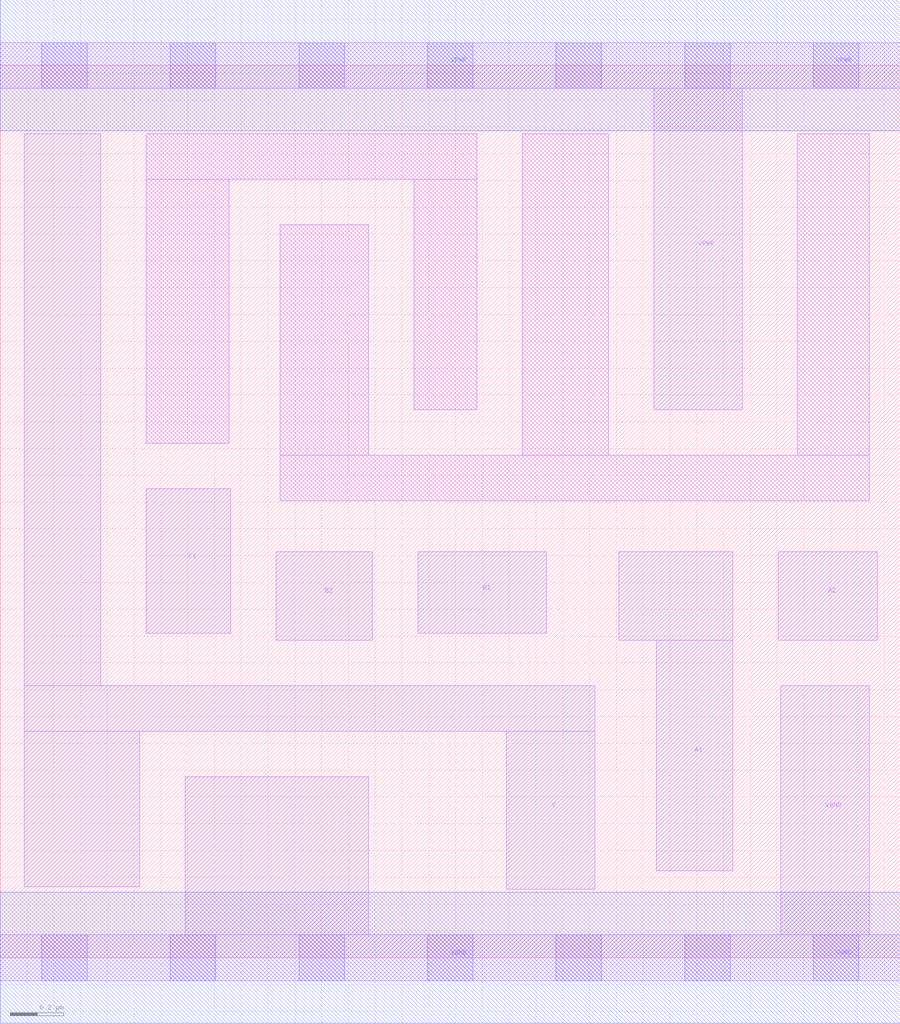
<source format=lef>
# Copyright 2020 The SkyWater PDK Authors
#
# Licensed under the Apache License, Version 2.0 (the "License");
# you may not use this file except in compliance with the License.
# You may obtain a copy of the License at
#
#     https://www.apache.org/licenses/LICENSE-2.0
#
# Unless required by applicable law or agreed to in writing, software
# distributed under the License is distributed on an "AS IS" BASIS,
# WITHOUT WARRANTIES OR CONDITIONS OF ANY KIND, either express or implied.
# See the License for the specific language governing permissions and
# limitations under the License.
#
# SPDX-License-Identifier: Apache-2.0

VERSION 5.7 ;
  NAMESCASESENSITIVE ON ;
  NOWIREEXTENSIONATPIN ON ;
  DIVIDERCHAR "/" ;
  BUSBITCHARS "[]" ;
UNITS
  DATABASE MICRONS 200 ;
END UNITS
MACRO sky130_fd_sc_lp__a221oi_1
  CLASS CORE ;
  SOURCE USER ;
  FOREIGN sky130_fd_sc_lp__a221oi_1 ;
  ORIGIN  0.000000  0.000000 ;
  SIZE  3.360000 BY  3.330000 ;
  SYMMETRY X Y R90 ;
  SITE unit ;
  PIN A1
    ANTENNAGATEAREA  0.315000 ;
    DIRECTION INPUT ;
    USE SIGNAL ;
    PORT
      LAYER li1 ;
        RECT 2.310000 1.185000 2.735000 1.515000 ;
        RECT 2.450000 0.325000 2.735000 1.185000 ;
    END
  END A1
  PIN A2
    ANTENNAGATEAREA  0.315000 ;
    DIRECTION INPUT ;
    USE SIGNAL ;
    PORT
      LAYER li1 ;
        RECT 2.905000 1.185000 3.275000 1.515000 ;
    END
  END A2
  PIN B1
    ANTENNAGATEAREA  0.315000 ;
    DIRECTION INPUT ;
    USE SIGNAL ;
    PORT
      LAYER li1 ;
        RECT 1.560000 1.210000 2.040000 1.515000 ;
    END
  END B1
  PIN B2
    ANTENNAGATEAREA  0.315000 ;
    DIRECTION INPUT ;
    USE SIGNAL ;
    PORT
      LAYER li1 ;
        RECT 1.030000 1.185000 1.390000 1.515000 ;
    END
  END B2
  PIN C1
    ANTENNAGATEAREA  0.315000 ;
    DIRECTION INPUT ;
    USE SIGNAL ;
    PORT
      LAYER li1 ;
        RECT 0.545000 1.210000 0.860000 1.750000 ;
    END
  END C1
  PIN Y
    ANTENNADIFFAREA  0.884100 ;
    DIRECTION OUTPUT ;
    USE SIGNAL ;
    PORT
      LAYER li1 ;
        RECT 0.090000 0.265000 0.520000 0.845000 ;
        RECT 0.090000 0.845000 2.220000 1.015000 ;
        RECT 0.090000 1.015000 0.375000 3.075000 ;
        RECT 1.890000 0.255000 2.220000 0.845000 ;
    END
  END Y
  PIN VGND
    DIRECTION INOUT ;
    USE GROUND ;
    PORT
      LAYER li1 ;
        RECT 0.000000 -0.085000 3.360000 0.085000 ;
        RECT 0.690000  0.085000 1.375000 0.675000 ;
        RECT 2.915000  0.085000 3.245000 1.015000 ;
      LAYER mcon ;
        RECT 0.155000 -0.085000 0.325000 0.085000 ;
        RECT 0.635000 -0.085000 0.805000 0.085000 ;
        RECT 1.115000 -0.085000 1.285000 0.085000 ;
        RECT 1.595000 -0.085000 1.765000 0.085000 ;
        RECT 2.075000 -0.085000 2.245000 0.085000 ;
        RECT 2.555000 -0.085000 2.725000 0.085000 ;
        RECT 3.035000 -0.085000 3.205000 0.085000 ;
      LAYER met1 ;
        RECT 0.000000 -0.245000 3.360000 0.245000 ;
    END
  END VGND
  PIN VPWR
    DIRECTION INOUT ;
    USE POWER ;
    PORT
      LAYER li1 ;
        RECT 0.000000 3.245000 3.360000 3.415000 ;
        RECT 2.440000 2.045000 2.770000 3.245000 ;
      LAYER mcon ;
        RECT 0.155000 3.245000 0.325000 3.415000 ;
        RECT 0.635000 3.245000 0.805000 3.415000 ;
        RECT 1.115000 3.245000 1.285000 3.415000 ;
        RECT 1.595000 3.245000 1.765000 3.415000 ;
        RECT 2.075000 3.245000 2.245000 3.415000 ;
        RECT 2.555000 3.245000 2.725000 3.415000 ;
        RECT 3.035000 3.245000 3.205000 3.415000 ;
      LAYER met1 ;
        RECT 0.000000 3.085000 3.360000 3.575000 ;
    END
  END VPWR
  OBS
    LAYER li1 ;
      RECT 0.545000 1.920000 0.855000 2.905000 ;
      RECT 0.545000 2.905000 1.780000 3.075000 ;
      RECT 1.045000 1.705000 3.245000 1.875000 ;
      RECT 1.045000 1.875000 1.375000 2.735000 ;
      RECT 1.545000 2.045000 1.780000 2.905000 ;
      RECT 1.950000 1.875000 2.270000 3.075000 ;
      RECT 2.975000 1.875000 3.245000 3.075000 ;
  END
END sky130_fd_sc_lp__a221oi_1

</source>
